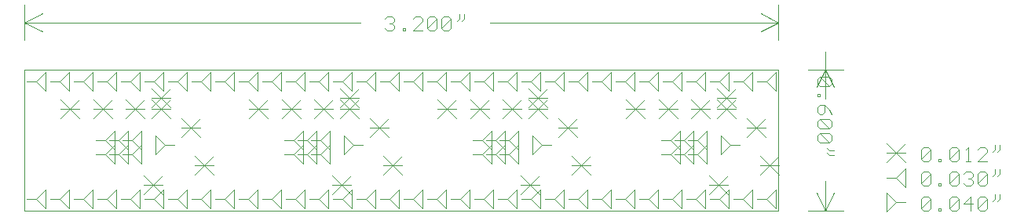
<source format=gbr>
G75*
G70*
%OFA0B0*%
%FSLAX25Y25*%
%IPPOS*%
%LPD*%
%AMOC8*
5,1,8,0,0,1.08239X$1,22.5*
%
%ADD39C,0.00100*%
D39*
X0025100Y0049300D02*
X0033100Y0057300D01*
X0033100Y0049300D02*
X0025100Y0057300D01*
X0025100Y0053300D02*
X0033100Y0053300D01*
X0039300Y0049300D02*
X0047300Y0057300D01*
X0047300Y0049300D02*
X0039300Y0057300D01*
X0039300Y0053300D02*
X0047300Y0053300D01*
X0052800Y0049300D02*
X0060800Y0057300D01*
X0060800Y0049300D02*
X0052800Y0057300D01*
X0052800Y0053300D02*
X0060800Y0053300D01*
X0060700Y0016900D02*
X0068700Y0024900D01*
X0068700Y0016900D02*
X0060700Y0024900D01*
X0060700Y0020900D02*
X0068700Y0020900D01*
X0064000Y0054000D02*
X0072000Y0062000D01*
X0072000Y0054000D02*
X0064000Y0062000D01*
X0064000Y0058000D02*
X0072000Y0058000D01*
X0064000Y0049300D02*
X0072000Y0057300D01*
X0072000Y0049300D02*
X0064000Y0057300D01*
X0064000Y0053300D02*
X0072000Y0053300D01*
X0076700Y0041200D02*
X0084700Y0049200D01*
X0084700Y0041200D02*
X0076700Y0049200D01*
X0076700Y0045200D02*
X0084700Y0045200D01*
X0082400Y0025400D02*
X0090400Y0033400D01*
X0090400Y0025400D02*
X0082400Y0033400D01*
X0082400Y0029400D02*
X0090400Y0029400D01*
X0105100Y0049300D02*
X0113100Y0057300D01*
X0113100Y0049300D02*
X0105100Y0057300D01*
X0105100Y0053300D02*
X0113100Y0053300D01*
X0119300Y0049300D02*
X0127300Y0057300D01*
X0127300Y0049300D02*
X0119300Y0057300D01*
X0119300Y0053300D02*
X0127300Y0053300D01*
X0132800Y0049300D02*
X0140800Y0057300D01*
X0140800Y0049300D02*
X0132800Y0057300D01*
X0132800Y0053300D02*
X0140800Y0053300D01*
X0140700Y0016900D02*
X0148700Y0024900D01*
X0148700Y0016900D02*
X0140700Y0024900D01*
X0140700Y0020900D02*
X0148700Y0020900D01*
X0144000Y0054000D02*
X0152000Y0062000D01*
X0152000Y0054000D02*
X0144000Y0062000D01*
X0144000Y0058000D02*
X0152000Y0058000D01*
X0144000Y0049300D02*
X0152000Y0057300D01*
X0152000Y0049300D02*
X0144000Y0057300D01*
X0144000Y0053300D02*
X0152000Y0053300D01*
X0156700Y0041200D02*
X0164700Y0049200D01*
X0164700Y0041200D02*
X0156700Y0049200D01*
X0156700Y0045200D02*
X0164700Y0045200D01*
X0162400Y0025400D02*
X0170400Y0033400D01*
X0170400Y0025400D02*
X0162400Y0033400D01*
X0162400Y0029400D02*
X0170400Y0029400D01*
X0185100Y0049300D02*
X0193100Y0057300D01*
X0193100Y0049300D02*
X0185100Y0057300D01*
X0185100Y0053300D02*
X0193100Y0053300D01*
X0199300Y0049300D02*
X0207300Y0057300D01*
X0207300Y0049300D02*
X0199300Y0057300D01*
X0199300Y0053300D02*
X0207300Y0053300D01*
X0212800Y0049300D02*
X0220800Y0057300D01*
X0220800Y0049300D02*
X0212800Y0057300D01*
X0212800Y0053300D02*
X0220800Y0053300D01*
X0220700Y0016900D02*
X0228700Y0024900D01*
X0228700Y0016900D02*
X0220700Y0024900D01*
X0220700Y0020900D02*
X0228700Y0020900D01*
X0224000Y0054000D02*
X0232000Y0062000D01*
X0232000Y0054000D02*
X0224000Y0062000D01*
X0224000Y0058000D02*
X0232000Y0058000D01*
X0224000Y0049300D02*
X0232000Y0057300D01*
X0232000Y0049300D02*
X0224000Y0057300D01*
X0224000Y0053300D02*
X0232000Y0053300D01*
X0236700Y0041200D02*
X0244700Y0049200D01*
X0244700Y0041200D02*
X0236700Y0049200D01*
X0236700Y0045200D02*
X0244700Y0045200D01*
X0242400Y0025400D02*
X0250400Y0033400D01*
X0250400Y0025400D02*
X0242400Y0033400D01*
X0242400Y0029400D02*
X0250400Y0029400D01*
X0265100Y0049300D02*
X0273100Y0057300D01*
X0273100Y0049300D02*
X0265100Y0057300D01*
X0265100Y0053300D02*
X0273100Y0053300D01*
X0279300Y0049300D02*
X0287300Y0057300D01*
X0287300Y0049300D02*
X0279300Y0057300D01*
X0279300Y0053300D02*
X0287300Y0053300D01*
X0292800Y0049300D02*
X0300800Y0057300D01*
X0300800Y0049300D02*
X0292800Y0057300D01*
X0292800Y0053300D02*
X0300800Y0053300D01*
X0300700Y0016900D02*
X0308700Y0024900D01*
X0308700Y0016900D02*
X0300700Y0024900D01*
X0300700Y0020900D02*
X0308700Y0020900D01*
X0304000Y0054000D02*
X0312000Y0062000D01*
X0312000Y0054000D02*
X0304000Y0062000D01*
X0304000Y0058000D02*
X0312000Y0058000D01*
X0304000Y0049300D02*
X0312000Y0057300D01*
X0312000Y0049300D02*
X0304000Y0057300D01*
X0304000Y0053300D02*
X0312000Y0053300D01*
X0316700Y0041200D02*
X0324700Y0049200D01*
X0324700Y0041200D02*
X0316700Y0049200D01*
X0316700Y0045200D02*
X0324700Y0045200D01*
X0322400Y0025400D02*
X0330400Y0033400D01*
X0330400Y0025400D02*
X0322400Y0033400D01*
X0322400Y0029400D02*
X0330400Y0029400D01*
X0015000Y0065000D02*
X0011000Y0065000D01*
X0015000Y0065000D02*
X0019000Y0069000D01*
X0019000Y0061000D01*
X0015000Y0065000D01*
X0015000Y0015000D02*
X0011000Y0015000D01*
X0015000Y0015000D02*
X0019000Y0019000D01*
X0019000Y0011000D01*
X0015000Y0015000D01*
X0025000Y0065000D02*
X0021000Y0065000D01*
X0025000Y0065000D02*
X0029000Y0069000D01*
X0029000Y0061000D01*
X0025000Y0065000D01*
X0025000Y0015000D02*
X0021000Y0015000D01*
X0025000Y0015000D02*
X0029000Y0019000D01*
X0029000Y0011000D01*
X0025000Y0015000D01*
X0035000Y0065000D02*
X0031000Y0065000D01*
X0035000Y0065000D02*
X0039000Y0069000D01*
X0039000Y0061000D01*
X0035000Y0065000D01*
X0035000Y0015000D02*
X0031000Y0015000D01*
X0035000Y0015000D02*
X0039000Y0019000D01*
X0039000Y0011000D01*
X0035000Y0015000D01*
X0045000Y0065000D02*
X0041000Y0065000D01*
X0045000Y0065000D02*
X0049000Y0069000D01*
X0049000Y0061000D01*
X0045000Y0065000D01*
X0045000Y0015000D02*
X0041000Y0015000D01*
X0045000Y0015000D02*
X0049000Y0019000D01*
X0049000Y0011000D01*
X0045000Y0015000D01*
X0055000Y0065000D02*
X0051000Y0065000D01*
X0055000Y0065000D02*
X0059000Y0069000D01*
X0059000Y0061000D01*
X0055000Y0065000D01*
X0055000Y0015000D02*
X0051000Y0015000D01*
X0055000Y0015000D02*
X0059000Y0019000D01*
X0059000Y0011000D01*
X0055000Y0015000D01*
X0065000Y0065000D02*
X0061000Y0065000D01*
X0065000Y0065000D02*
X0069000Y0069000D01*
X0069000Y0061000D01*
X0065000Y0065000D01*
X0065000Y0015000D02*
X0061000Y0015000D01*
X0065000Y0015000D02*
X0069000Y0019000D01*
X0069000Y0011000D01*
X0065000Y0015000D01*
X0075000Y0065000D02*
X0071000Y0065000D01*
X0075000Y0065000D02*
X0079000Y0069000D01*
X0079000Y0061000D01*
X0075000Y0065000D01*
X0075000Y0015000D02*
X0071000Y0015000D01*
X0075000Y0015000D02*
X0079000Y0019000D01*
X0079000Y0011000D01*
X0075000Y0015000D01*
X0085000Y0065000D02*
X0081000Y0065000D01*
X0085000Y0065000D02*
X0089000Y0069000D01*
X0089000Y0061000D01*
X0085000Y0065000D01*
X0085000Y0015000D02*
X0081000Y0015000D01*
X0085000Y0015000D02*
X0089000Y0019000D01*
X0089000Y0011000D01*
X0085000Y0015000D01*
X0044290Y0039950D02*
X0040290Y0039950D01*
X0044290Y0039950D02*
X0048290Y0043950D01*
X0048290Y0035950D01*
X0044290Y0039950D01*
X0044290Y0034040D02*
X0040290Y0034040D01*
X0044290Y0034040D02*
X0048290Y0038040D01*
X0048290Y0030040D01*
X0044290Y0034040D01*
X0050000Y0039950D02*
X0046000Y0039950D01*
X0050000Y0039950D02*
X0054000Y0043950D01*
X0054000Y0035950D01*
X0050000Y0039950D01*
X0050000Y0034040D02*
X0046000Y0034040D01*
X0050000Y0034040D02*
X0054000Y0038040D01*
X0054000Y0030040D01*
X0050000Y0034040D01*
X0055710Y0039950D02*
X0051710Y0039950D01*
X0055710Y0039950D02*
X0059710Y0043950D01*
X0059710Y0035950D01*
X0055710Y0039950D01*
X0055710Y0034040D02*
X0051710Y0034040D01*
X0055710Y0034040D02*
X0059710Y0038040D01*
X0059710Y0030040D01*
X0055710Y0034040D01*
X0095000Y0065000D02*
X0091000Y0065000D01*
X0095000Y0065000D02*
X0099000Y0069000D01*
X0099000Y0061000D01*
X0095000Y0065000D01*
X0095000Y0015000D02*
X0091000Y0015000D01*
X0095000Y0015000D02*
X0099000Y0019000D01*
X0099000Y0011000D01*
X0095000Y0015000D01*
X0105000Y0065000D02*
X0101000Y0065000D01*
X0105000Y0065000D02*
X0109000Y0069000D01*
X0109000Y0061000D01*
X0105000Y0065000D01*
X0105000Y0015000D02*
X0101000Y0015000D01*
X0105000Y0015000D02*
X0109000Y0019000D01*
X0109000Y0011000D01*
X0105000Y0015000D01*
X0115000Y0065000D02*
X0111000Y0065000D01*
X0115000Y0065000D02*
X0119000Y0069000D01*
X0119000Y0061000D01*
X0115000Y0065000D01*
X0115000Y0015000D02*
X0111000Y0015000D01*
X0115000Y0015000D02*
X0119000Y0019000D01*
X0119000Y0011000D01*
X0115000Y0015000D01*
X0125000Y0065000D02*
X0121000Y0065000D01*
X0125000Y0065000D02*
X0129000Y0069000D01*
X0129000Y0061000D01*
X0125000Y0065000D01*
X0125000Y0015000D02*
X0121000Y0015000D01*
X0125000Y0015000D02*
X0129000Y0019000D01*
X0129000Y0011000D01*
X0125000Y0015000D01*
X0135000Y0065000D02*
X0131000Y0065000D01*
X0135000Y0065000D02*
X0139000Y0069000D01*
X0139000Y0061000D01*
X0135000Y0065000D01*
X0135000Y0015000D02*
X0131000Y0015000D01*
X0135000Y0015000D02*
X0139000Y0019000D01*
X0139000Y0011000D01*
X0135000Y0015000D01*
X0145000Y0065000D02*
X0141000Y0065000D01*
X0145000Y0065000D02*
X0149000Y0069000D01*
X0149000Y0061000D01*
X0145000Y0065000D01*
X0145000Y0015000D02*
X0141000Y0015000D01*
X0145000Y0015000D02*
X0149000Y0019000D01*
X0149000Y0011000D01*
X0145000Y0015000D01*
X0155000Y0065000D02*
X0151000Y0065000D01*
X0155000Y0065000D02*
X0159000Y0069000D01*
X0159000Y0061000D01*
X0155000Y0065000D01*
X0155000Y0015000D02*
X0151000Y0015000D01*
X0155000Y0015000D02*
X0159000Y0019000D01*
X0159000Y0011000D01*
X0155000Y0015000D01*
X0165000Y0065000D02*
X0161000Y0065000D01*
X0165000Y0065000D02*
X0169000Y0069000D01*
X0169000Y0061000D01*
X0165000Y0065000D01*
X0165000Y0015000D02*
X0161000Y0015000D01*
X0165000Y0015000D02*
X0169000Y0019000D01*
X0169000Y0011000D01*
X0165000Y0015000D01*
X0124290Y0039950D02*
X0120290Y0039950D01*
X0124290Y0039950D02*
X0128290Y0043950D01*
X0128290Y0035950D01*
X0124290Y0039950D01*
X0124290Y0034040D02*
X0120290Y0034040D01*
X0124290Y0034040D02*
X0128290Y0038040D01*
X0128290Y0030040D01*
X0124290Y0034040D01*
X0130000Y0039950D02*
X0126000Y0039950D01*
X0130000Y0039950D02*
X0134000Y0043950D01*
X0134000Y0035950D01*
X0130000Y0039950D01*
X0130000Y0034040D02*
X0126000Y0034040D01*
X0130000Y0034040D02*
X0134000Y0038040D01*
X0134000Y0030040D01*
X0130000Y0034040D01*
X0135710Y0039950D02*
X0131710Y0039950D01*
X0135710Y0039950D02*
X0139710Y0043950D01*
X0139710Y0035950D01*
X0135710Y0039950D01*
X0135710Y0034040D02*
X0131710Y0034040D01*
X0135710Y0034040D02*
X0139710Y0038040D01*
X0139710Y0030040D01*
X0135710Y0034040D01*
X0175000Y0065000D02*
X0171000Y0065000D01*
X0175000Y0065000D02*
X0179000Y0069000D01*
X0179000Y0061000D01*
X0175000Y0065000D01*
X0175000Y0015000D02*
X0171000Y0015000D01*
X0175000Y0015000D02*
X0179000Y0019000D01*
X0179000Y0011000D01*
X0175000Y0015000D01*
X0185000Y0065000D02*
X0181000Y0065000D01*
X0185000Y0065000D02*
X0189000Y0069000D01*
X0189000Y0061000D01*
X0185000Y0065000D01*
X0185000Y0015000D02*
X0181000Y0015000D01*
X0185000Y0015000D02*
X0189000Y0019000D01*
X0189000Y0011000D01*
X0185000Y0015000D01*
X0195000Y0065000D02*
X0191000Y0065000D01*
X0195000Y0065000D02*
X0199000Y0069000D01*
X0199000Y0061000D01*
X0195000Y0065000D01*
X0195000Y0015000D02*
X0191000Y0015000D01*
X0195000Y0015000D02*
X0199000Y0019000D01*
X0199000Y0011000D01*
X0195000Y0015000D01*
X0205000Y0065000D02*
X0201000Y0065000D01*
X0205000Y0065000D02*
X0209000Y0069000D01*
X0209000Y0061000D01*
X0205000Y0065000D01*
X0205000Y0015000D02*
X0201000Y0015000D01*
X0205000Y0015000D02*
X0209000Y0019000D01*
X0209000Y0011000D01*
X0205000Y0015000D01*
X0215000Y0065000D02*
X0211000Y0065000D01*
X0215000Y0065000D02*
X0219000Y0069000D01*
X0219000Y0061000D01*
X0215000Y0065000D01*
X0215000Y0015000D02*
X0211000Y0015000D01*
X0215000Y0015000D02*
X0219000Y0019000D01*
X0219000Y0011000D01*
X0215000Y0015000D01*
X0225000Y0065000D02*
X0221000Y0065000D01*
X0225000Y0065000D02*
X0229000Y0069000D01*
X0229000Y0061000D01*
X0225000Y0065000D01*
X0225000Y0015000D02*
X0221000Y0015000D01*
X0225000Y0015000D02*
X0229000Y0019000D01*
X0229000Y0011000D01*
X0225000Y0015000D01*
X0235000Y0065000D02*
X0231000Y0065000D01*
X0235000Y0065000D02*
X0239000Y0069000D01*
X0239000Y0061000D01*
X0235000Y0065000D01*
X0235000Y0015000D02*
X0231000Y0015000D01*
X0235000Y0015000D02*
X0239000Y0019000D01*
X0239000Y0011000D01*
X0235000Y0015000D01*
X0245000Y0065000D02*
X0241000Y0065000D01*
X0245000Y0065000D02*
X0249000Y0069000D01*
X0249000Y0061000D01*
X0245000Y0065000D01*
X0245000Y0015000D02*
X0241000Y0015000D01*
X0245000Y0015000D02*
X0249000Y0019000D01*
X0249000Y0011000D01*
X0245000Y0015000D01*
X0204290Y0039950D02*
X0200290Y0039950D01*
X0204290Y0039950D02*
X0208290Y0043950D01*
X0208290Y0035950D01*
X0204290Y0039950D01*
X0204290Y0034040D02*
X0200290Y0034040D01*
X0204290Y0034040D02*
X0208290Y0038040D01*
X0208290Y0030040D01*
X0204290Y0034040D01*
X0210000Y0039950D02*
X0206000Y0039950D01*
X0210000Y0039950D02*
X0214000Y0043950D01*
X0214000Y0035950D01*
X0210000Y0039950D01*
X0210000Y0034040D02*
X0206000Y0034040D01*
X0210000Y0034040D02*
X0214000Y0038040D01*
X0214000Y0030040D01*
X0210000Y0034040D01*
X0215710Y0039950D02*
X0211710Y0039950D01*
X0215710Y0039950D02*
X0219710Y0043950D01*
X0219710Y0035950D01*
X0215710Y0039950D01*
X0215710Y0034040D02*
X0211710Y0034040D01*
X0215710Y0034040D02*
X0219710Y0038040D01*
X0219710Y0030040D01*
X0215710Y0034040D01*
X0255000Y0065000D02*
X0251000Y0065000D01*
X0255000Y0065000D02*
X0259000Y0069000D01*
X0259000Y0061000D01*
X0255000Y0065000D01*
X0255000Y0015000D02*
X0251000Y0015000D01*
X0255000Y0015000D02*
X0259000Y0019000D01*
X0259000Y0011000D01*
X0255000Y0015000D01*
X0265000Y0065000D02*
X0261000Y0065000D01*
X0265000Y0065000D02*
X0269000Y0069000D01*
X0269000Y0061000D01*
X0265000Y0065000D01*
X0265000Y0015000D02*
X0261000Y0015000D01*
X0265000Y0015000D02*
X0269000Y0019000D01*
X0269000Y0011000D01*
X0265000Y0015000D01*
X0275000Y0065000D02*
X0271000Y0065000D01*
X0275000Y0065000D02*
X0279000Y0069000D01*
X0279000Y0061000D01*
X0275000Y0065000D01*
X0275000Y0015000D02*
X0271000Y0015000D01*
X0275000Y0015000D02*
X0279000Y0019000D01*
X0279000Y0011000D01*
X0275000Y0015000D01*
X0285000Y0065000D02*
X0281000Y0065000D01*
X0285000Y0065000D02*
X0289000Y0069000D01*
X0289000Y0061000D01*
X0285000Y0065000D01*
X0285000Y0015000D02*
X0281000Y0015000D01*
X0285000Y0015000D02*
X0289000Y0019000D01*
X0289000Y0011000D01*
X0285000Y0015000D01*
X0295000Y0065000D02*
X0291000Y0065000D01*
X0295000Y0065000D02*
X0299000Y0069000D01*
X0299000Y0061000D01*
X0295000Y0065000D01*
X0295000Y0015000D02*
X0291000Y0015000D01*
X0295000Y0015000D02*
X0299000Y0019000D01*
X0299000Y0011000D01*
X0295000Y0015000D01*
X0305000Y0065000D02*
X0301000Y0065000D01*
X0305000Y0065000D02*
X0309000Y0069000D01*
X0309000Y0061000D01*
X0305000Y0065000D01*
X0305000Y0015000D02*
X0301000Y0015000D01*
X0305000Y0015000D02*
X0309000Y0019000D01*
X0309000Y0011000D01*
X0305000Y0015000D01*
X0315000Y0065000D02*
X0311000Y0065000D01*
X0315000Y0065000D02*
X0319000Y0069000D01*
X0319000Y0061000D01*
X0315000Y0065000D01*
X0315000Y0015000D02*
X0311000Y0015000D01*
X0315000Y0015000D02*
X0319000Y0019000D01*
X0319000Y0011000D01*
X0315000Y0015000D01*
X0325000Y0065000D02*
X0321000Y0065000D01*
X0325000Y0065000D02*
X0329000Y0069000D01*
X0329000Y0061000D01*
X0325000Y0065000D01*
X0325000Y0015000D02*
X0321000Y0015000D01*
X0325000Y0015000D02*
X0329000Y0019000D01*
X0329000Y0011000D01*
X0325000Y0015000D01*
X0284290Y0039950D02*
X0280290Y0039950D01*
X0284290Y0039950D02*
X0288290Y0043950D01*
X0288290Y0035950D01*
X0284290Y0039950D01*
X0284290Y0034040D02*
X0280290Y0034040D01*
X0284290Y0034040D02*
X0288290Y0038040D01*
X0288290Y0030040D01*
X0284290Y0034040D01*
X0290000Y0039950D02*
X0286000Y0039950D01*
X0290000Y0039950D02*
X0294000Y0043950D01*
X0294000Y0035950D01*
X0290000Y0039950D01*
X0290000Y0034040D02*
X0286000Y0034040D01*
X0290000Y0034040D02*
X0294000Y0038040D01*
X0294000Y0030040D01*
X0290000Y0034040D01*
X0295710Y0039950D02*
X0291710Y0039950D01*
X0295710Y0039950D02*
X0299710Y0043950D01*
X0299710Y0035950D01*
X0295710Y0039950D01*
X0295710Y0034040D02*
X0291710Y0034040D01*
X0295710Y0034040D02*
X0299710Y0038040D01*
X0299710Y0030040D01*
X0295710Y0034040D01*
X0069750Y0038000D02*
X0073750Y0038000D01*
X0069750Y0038000D02*
X0065750Y0042000D01*
X0065750Y0034000D01*
X0069750Y0038000D01*
X0149750Y0038000D02*
X0153750Y0038000D01*
X0149750Y0038000D02*
X0145750Y0042000D01*
X0145750Y0034000D01*
X0149750Y0038000D01*
X0229750Y0038000D02*
X0233750Y0038000D01*
X0229750Y0038000D02*
X0225750Y0042000D01*
X0225750Y0034000D01*
X0229750Y0038000D01*
X0309750Y0038000D02*
X0313750Y0038000D01*
X0309750Y0038000D02*
X0305750Y0042000D01*
X0305750Y0034000D01*
X0309750Y0038000D01*
X0010000Y0010000D02*
X0330000Y0010000D01*
X0330000Y0070000D01*
X0010000Y0070000D01*
X0010000Y0010000D01*
X0380000Y0013500D02*
X0384000Y0013500D01*
X0380000Y0013500D02*
X0376000Y0017500D01*
X0376000Y0009500D01*
X0380000Y0013500D01*
X0391500Y0010000D02*
X0390500Y0011000D01*
X0394500Y0015000D01*
X0394500Y0011000D01*
X0393500Y0010000D01*
X0391500Y0010000D01*
X0390500Y0011000D02*
X0390500Y0015000D01*
X0391500Y0016000D01*
X0393500Y0016000D01*
X0394500Y0015000D01*
X0398000Y0011000D02*
X0399000Y0011000D01*
X0399000Y0010000D01*
X0398000Y0010000D01*
X0398000Y0011000D01*
X0403500Y0010000D02*
X0402500Y0011000D01*
X0406500Y0015000D01*
X0406500Y0011000D01*
X0405500Y0010000D01*
X0403500Y0010000D01*
X0402500Y0011000D02*
X0402500Y0015000D01*
X0403500Y0016000D01*
X0405500Y0016000D01*
X0406500Y0015000D01*
X0408500Y0013000D02*
X0412500Y0013000D01*
X0411500Y0010000D02*
X0411500Y0016000D01*
X0408500Y0013000D01*
X0415500Y0010000D02*
X0414500Y0011000D01*
X0418500Y0015000D01*
X0418500Y0011000D01*
X0417500Y0010000D01*
X0415500Y0010000D01*
X0414500Y0011000D02*
X0414500Y0015000D01*
X0415500Y0016000D01*
X0417500Y0016000D01*
X0418500Y0015000D01*
X0424000Y0015000D02*
X0423000Y0014000D01*
X0424000Y0015000D02*
X0424000Y0017000D01*
X0422000Y0017000D02*
X0422000Y0015000D01*
X0421000Y0014000D01*
X0380000Y0024000D02*
X0376000Y0024000D01*
X0380000Y0024000D02*
X0384000Y0028000D01*
X0384000Y0020000D01*
X0380000Y0024000D01*
X0391500Y0020500D02*
X0390500Y0021500D01*
X0394500Y0025500D01*
X0394500Y0021500D01*
X0393500Y0020500D01*
X0391500Y0020500D01*
X0390500Y0021500D02*
X0390500Y0025500D01*
X0391500Y0026500D01*
X0393500Y0026500D01*
X0394500Y0025500D01*
X0398000Y0021500D02*
X0399000Y0021500D01*
X0399000Y0020500D01*
X0398000Y0020500D01*
X0398000Y0021500D01*
X0403500Y0020500D02*
X0402500Y0021500D01*
X0406500Y0025500D01*
X0406500Y0021500D01*
X0405500Y0020500D01*
X0403500Y0020500D01*
X0402500Y0021500D02*
X0402500Y0025500D01*
X0403500Y0026500D01*
X0405500Y0026500D01*
X0406500Y0025500D01*
X0408500Y0021500D02*
X0409500Y0020500D01*
X0411500Y0020500D01*
X0412500Y0021500D01*
X0412500Y0022500D01*
X0411500Y0023500D01*
X0410500Y0023500D01*
X0411500Y0023500D02*
X0412500Y0024500D01*
X0412500Y0025500D01*
X0411500Y0026500D01*
X0409500Y0026500D01*
X0408500Y0025500D01*
X0415500Y0020500D02*
X0414500Y0021500D01*
X0418500Y0025500D01*
X0418500Y0021500D01*
X0417500Y0020500D01*
X0415500Y0020500D01*
X0414500Y0021500D02*
X0414500Y0025500D01*
X0415500Y0026500D01*
X0417500Y0026500D01*
X0418500Y0025500D01*
X0424000Y0025500D02*
X0423000Y0024500D01*
X0424000Y0025500D02*
X0424000Y0027500D01*
X0422000Y0027500D02*
X0422000Y0025500D01*
X0421000Y0024500D01*
X0376000Y0030500D02*
X0384000Y0038500D01*
X0384000Y0030500D02*
X0376000Y0038500D01*
X0376000Y0034500D02*
X0384000Y0034500D01*
X0391500Y0031000D02*
X0390500Y0032000D01*
X0394500Y0036000D01*
X0394500Y0032000D01*
X0393500Y0031000D01*
X0391500Y0031000D01*
X0390500Y0032000D02*
X0390500Y0036000D01*
X0391500Y0037000D01*
X0393500Y0037000D01*
X0394500Y0036000D01*
X0398000Y0032000D02*
X0399000Y0032000D01*
X0399000Y0031000D01*
X0398000Y0031000D01*
X0398000Y0032000D01*
X0403500Y0031000D02*
X0402500Y0032000D01*
X0406500Y0036000D01*
X0406500Y0032000D01*
X0405500Y0031000D01*
X0403500Y0031000D01*
X0402500Y0032000D02*
X0402500Y0036000D01*
X0403500Y0037000D01*
X0405500Y0037000D01*
X0406500Y0036000D01*
X0409500Y0036000D02*
X0410500Y0037000D01*
X0410500Y0031000D01*
X0409500Y0031000D02*
X0411500Y0031000D01*
X0414500Y0031000D02*
X0418500Y0035000D01*
X0418500Y0036000D01*
X0417500Y0037000D01*
X0415500Y0037000D01*
X0414500Y0036000D01*
X0414500Y0031000D02*
X0418500Y0031000D01*
X0424000Y0036000D02*
X0423000Y0035000D01*
X0424000Y0036000D02*
X0424000Y0038000D01*
X0422000Y0038000D02*
X0422000Y0036000D01*
X0421000Y0035000D01*
X0010000Y0082500D02*
X0010000Y0097500D01*
X0017500Y0093750D02*
X0010000Y0090000D01*
X0017500Y0086250D01*
X0010000Y0090000D02*
X0022500Y0090000D01*
X0330000Y0097500D02*
X0330000Y0082500D01*
X0322500Y0086250D02*
X0330000Y0090000D01*
X0322500Y0093750D01*
X0330000Y0090000D02*
X0317500Y0090000D01*
X0342500Y0070000D02*
X0357500Y0070000D01*
X0353750Y0062500D02*
X0350000Y0070000D01*
X0346250Y0062500D01*
X0350000Y0070000D02*
X0350000Y0057500D01*
X0357500Y0010000D02*
X0342500Y0010000D01*
X0346250Y0017500D02*
X0350000Y0010000D01*
X0353750Y0017500D01*
X0350000Y0010000D02*
X0350000Y0022500D01*
X0163000Y0087500D02*
X0164000Y0086500D01*
X0166000Y0086500D01*
X0167000Y0087500D01*
X0167000Y0088500D01*
X0166000Y0089500D01*
X0165000Y0089500D01*
X0166000Y0089500D02*
X0167000Y0090500D01*
X0167000Y0091500D01*
X0166000Y0092500D01*
X0164000Y0092500D01*
X0163000Y0091500D01*
X0170500Y0087500D02*
X0171500Y0087500D01*
X0171500Y0086500D01*
X0170500Y0086500D01*
X0170500Y0087500D01*
X0175000Y0086500D02*
X0179000Y0090500D01*
X0179000Y0091500D01*
X0178000Y0092500D01*
X0176000Y0092500D01*
X0175000Y0091500D01*
X0175000Y0086500D02*
X0179000Y0086500D01*
X0182000Y0086500D02*
X0181000Y0087500D01*
X0185000Y0091500D01*
X0185000Y0087500D01*
X0184000Y0086500D01*
X0182000Y0086500D01*
X0181000Y0087500D02*
X0181000Y0091500D01*
X0182000Y0092500D01*
X0184000Y0092500D01*
X0185000Y0091500D01*
X0188000Y0086500D02*
X0187000Y0087500D01*
X0191000Y0091500D01*
X0191000Y0087500D01*
X0190000Y0086500D01*
X0188000Y0086500D01*
X0187000Y0087500D02*
X0187000Y0091500D01*
X0188000Y0092500D01*
X0190000Y0092500D01*
X0191000Y0091500D01*
X0196500Y0091500D02*
X0195500Y0090500D01*
X0196500Y0091500D02*
X0196500Y0093500D01*
X0194500Y0093500D02*
X0194500Y0091500D01*
X0193500Y0090500D01*
X0010000Y0090000D02*
X0152500Y0090000D01*
X0207500Y0090000D02*
X0330000Y0090000D01*
X0346500Y0066000D02*
X0347500Y0067000D01*
X0351500Y0063000D01*
X0347500Y0063000D01*
X0346500Y0064000D01*
X0346500Y0066000D01*
X0347500Y0067000D02*
X0351500Y0067000D01*
X0352500Y0066000D01*
X0352500Y0064000D01*
X0351500Y0063000D01*
X0347500Y0059500D02*
X0347500Y0058500D01*
X0346500Y0058500D01*
X0346500Y0059500D01*
X0347500Y0059500D01*
X0349500Y0055000D02*
X0347500Y0055000D01*
X0346500Y0054000D01*
X0346500Y0052000D01*
X0347500Y0051000D01*
X0348500Y0051000D01*
X0349500Y0052000D01*
X0349500Y0055000D01*
X0351500Y0053000D01*
X0352500Y0051000D01*
X0346500Y0048000D02*
X0347500Y0049000D01*
X0351500Y0045000D01*
X0347500Y0045000D01*
X0346500Y0046000D01*
X0346500Y0048000D01*
X0347500Y0049000D02*
X0351500Y0049000D01*
X0352500Y0048000D01*
X0352500Y0046000D01*
X0351500Y0045000D01*
X0346500Y0042000D02*
X0347500Y0043000D01*
X0351500Y0039000D01*
X0347500Y0039000D01*
X0346500Y0040000D01*
X0346500Y0042000D01*
X0347500Y0043000D02*
X0351500Y0043000D01*
X0352500Y0042000D01*
X0352500Y0040000D01*
X0351500Y0039000D01*
X0351500Y0033500D02*
X0350500Y0034500D01*
X0351500Y0033500D02*
X0353500Y0033500D01*
X0353500Y0035500D02*
X0351500Y0035500D01*
X0350500Y0036500D01*
X0350000Y0070000D02*
X0350000Y0077500D01*
X0350000Y0022500D02*
X0350000Y0010000D01*
M02*

</source>
